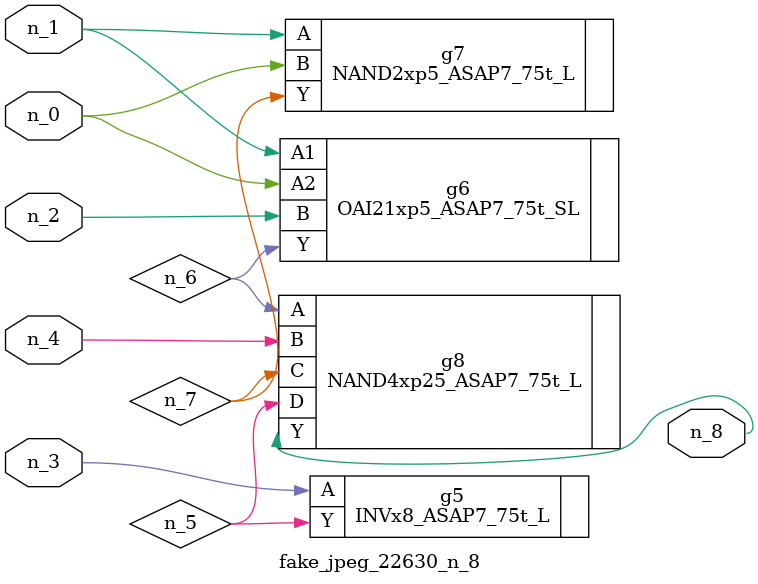
<source format=v>
module fake_jpeg_22630_n_8 (n_3, n_2, n_1, n_0, n_4, n_8);

input n_3;
input n_2;
input n_1;
input n_0;
input n_4;

output n_8;

wire n_6;
wire n_5;
wire n_7;

INVx8_ASAP7_75t_L g5 ( 
.A(n_3),
.Y(n_5)
);

OAI21xp5_ASAP7_75t_SL g6 ( 
.A1(n_1),
.A2(n_0),
.B(n_2),
.Y(n_6)
);

NAND2xp5_ASAP7_75t_L g7 ( 
.A(n_1),
.B(n_0),
.Y(n_7)
);

NAND4xp25_ASAP7_75t_L g8 ( 
.A(n_6),
.B(n_4),
.C(n_7),
.D(n_5),
.Y(n_8)
);


endmodule
</source>
